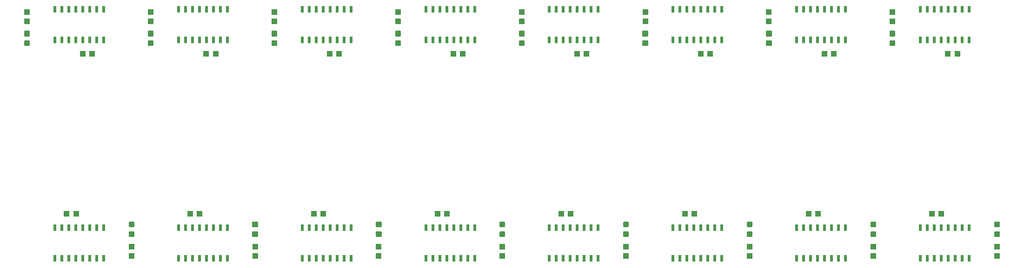
<source format=gtp>
G04 EAGLE Gerber RS-274X export*
G75*
%MOMM*%
%FSLAX34Y34*%
%LPD*%
%INSolderpaste Top*%
%IPPOS*%
%AMOC8*
5,1,8,0,0,1.08239X$1,22.5*%
G01*
%ADD10R,0.600000X1.200000*%
%ADD11R,1.100000X1.000000*%
%ADD12R,1.000000X1.100000*%
%ADD13C,0.300000*%


D10*
X154432Y178000D03*
X141732Y178000D03*
X129032Y178000D03*
X116332Y178000D03*
X103632Y178000D03*
X90932Y178000D03*
X78232Y178000D03*
X65532Y178000D03*
X65532Y122000D03*
X78232Y122000D03*
X90932Y122000D03*
X103632Y122000D03*
X116332Y122000D03*
X129032Y122000D03*
X141732Y122000D03*
X154432Y122000D03*
D11*
X104055Y203175D03*
X87055Y203175D03*
D12*
X205000Y143500D03*
X205000Y126500D03*
D13*
X208500Y180270D02*
X201500Y180270D01*
X201500Y187270D01*
X208500Y187270D01*
X208500Y180270D01*
X208500Y183120D02*
X201500Y183120D01*
X201500Y185970D02*
X208500Y185970D01*
X208500Y162730D02*
X201500Y162730D01*
X201500Y169730D01*
X208500Y169730D01*
X208500Y162730D01*
X208500Y165580D02*
X201500Y165580D01*
X201500Y168430D02*
X208500Y168430D01*
D10*
X379501Y178000D03*
X366801Y178000D03*
X354101Y178000D03*
X341401Y178000D03*
X328701Y178000D03*
X316001Y178000D03*
X303301Y178000D03*
X290601Y178000D03*
X290601Y122000D03*
X303301Y122000D03*
X316001Y122000D03*
X328701Y122000D03*
X341401Y122000D03*
X354101Y122000D03*
X366801Y122000D03*
X379501Y122000D03*
D11*
X329124Y203175D03*
X312124Y203175D03*
D12*
X430069Y143500D03*
X430069Y126500D03*
D13*
X433569Y180270D02*
X426569Y180270D01*
X426569Y187270D01*
X433569Y187270D01*
X433569Y180270D01*
X433569Y183120D02*
X426569Y183120D01*
X426569Y185970D02*
X433569Y185970D01*
X433569Y162730D02*
X426569Y162730D01*
X426569Y169730D01*
X433569Y169730D01*
X433569Y162730D01*
X433569Y165580D02*
X426569Y165580D01*
X426569Y168430D02*
X433569Y168430D01*
D10*
X604596Y178000D03*
X591896Y178000D03*
X579196Y178000D03*
X566496Y178000D03*
X553796Y178000D03*
X541096Y178000D03*
X528396Y178000D03*
X515696Y178000D03*
X515696Y122000D03*
X528396Y122000D03*
X541096Y122000D03*
X553796Y122000D03*
X566496Y122000D03*
X579196Y122000D03*
X591896Y122000D03*
X604596Y122000D03*
D11*
X554219Y203175D03*
X537219Y203175D03*
D12*
X655164Y143500D03*
X655164Y126500D03*
D13*
X658664Y180270D02*
X651664Y180270D01*
X651664Y187270D01*
X658664Y187270D01*
X658664Y180270D01*
X658664Y183120D02*
X651664Y183120D01*
X651664Y185970D02*
X658664Y185970D01*
X658664Y162730D02*
X651664Y162730D01*
X651664Y169730D01*
X658664Y169730D01*
X658664Y162730D01*
X658664Y165580D02*
X651664Y165580D01*
X651664Y168430D02*
X658664Y168430D01*
D10*
X829666Y178000D03*
X816966Y178000D03*
X804266Y178000D03*
X791566Y178000D03*
X778866Y178000D03*
X766166Y178000D03*
X753466Y178000D03*
X740766Y178000D03*
X740766Y122000D03*
X753466Y122000D03*
X766166Y122000D03*
X778866Y122000D03*
X791566Y122000D03*
X804266Y122000D03*
X816966Y122000D03*
X829666Y122000D03*
D11*
X779289Y203175D03*
X762289Y203175D03*
D12*
X880234Y143500D03*
X880234Y126500D03*
D13*
X883734Y180270D02*
X876734Y180270D01*
X876734Y187270D01*
X883734Y187270D01*
X883734Y180270D01*
X883734Y183120D02*
X876734Y183120D01*
X876734Y185970D02*
X883734Y185970D01*
X883734Y162730D02*
X876734Y162730D01*
X876734Y169730D01*
X883734Y169730D01*
X883734Y162730D01*
X883734Y165580D02*
X876734Y165580D01*
X876734Y168430D02*
X883734Y168430D01*
D10*
X1054760Y178000D03*
X1042060Y178000D03*
X1029360Y178000D03*
X1016660Y178000D03*
X1003960Y178000D03*
X991260Y178000D03*
X978560Y178000D03*
X965860Y178000D03*
X965860Y122000D03*
X978560Y122000D03*
X991260Y122000D03*
X1003960Y122000D03*
X1016660Y122000D03*
X1029360Y122000D03*
X1042060Y122000D03*
X1054760Y122000D03*
D11*
X1004383Y203175D03*
X987383Y203175D03*
D12*
X1105328Y143500D03*
X1105328Y126500D03*
D13*
X1108828Y180270D02*
X1101828Y180270D01*
X1101828Y187270D01*
X1108828Y187270D01*
X1108828Y180270D01*
X1108828Y183120D02*
X1101828Y183120D01*
X1101828Y185970D02*
X1108828Y185970D01*
X1108828Y162730D02*
X1101828Y162730D01*
X1101828Y169730D01*
X1108828Y169730D01*
X1108828Y162730D01*
X1108828Y165580D02*
X1101828Y165580D01*
X1101828Y168430D02*
X1108828Y168430D01*
D10*
X1279830Y178000D03*
X1267130Y178000D03*
X1254430Y178000D03*
X1241730Y178000D03*
X1229030Y178000D03*
X1216330Y178000D03*
X1203630Y178000D03*
X1190930Y178000D03*
X1190930Y122000D03*
X1203630Y122000D03*
X1216330Y122000D03*
X1229030Y122000D03*
X1241730Y122000D03*
X1254430Y122000D03*
X1267130Y122000D03*
X1279830Y122000D03*
D11*
X1229453Y203175D03*
X1212453Y203175D03*
D12*
X1330398Y143500D03*
X1330398Y126500D03*
D13*
X1333898Y180270D02*
X1326898Y180270D01*
X1326898Y187270D01*
X1333898Y187270D01*
X1333898Y180270D01*
X1333898Y183120D02*
X1326898Y183120D01*
X1326898Y185970D02*
X1333898Y185970D01*
X1333898Y162730D02*
X1326898Y162730D01*
X1326898Y169730D01*
X1333898Y169730D01*
X1333898Y162730D01*
X1333898Y165580D02*
X1326898Y165580D01*
X1326898Y168430D02*
X1333898Y168430D01*
D10*
X1504925Y178000D03*
X1492225Y178000D03*
X1479525Y178000D03*
X1466825Y178000D03*
X1454125Y178000D03*
X1441425Y178000D03*
X1428725Y178000D03*
X1416025Y178000D03*
X1416025Y122000D03*
X1428725Y122000D03*
X1441425Y122000D03*
X1454125Y122000D03*
X1466825Y122000D03*
X1479525Y122000D03*
X1492225Y122000D03*
X1504925Y122000D03*
D11*
X1454548Y203175D03*
X1437548Y203175D03*
D12*
X1555493Y143500D03*
X1555493Y126500D03*
D13*
X1558993Y180270D02*
X1551993Y180270D01*
X1551993Y187270D01*
X1558993Y187270D01*
X1558993Y180270D01*
X1558993Y183120D02*
X1551993Y183120D01*
X1551993Y185970D02*
X1558993Y185970D01*
X1558993Y162730D02*
X1551993Y162730D01*
X1551993Y169730D01*
X1558993Y169730D01*
X1558993Y162730D01*
X1558993Y165580D02*
X1551993Y165580D01*
X1551993Y168430D02*
X1558993Y168430D01*
D10*
X1729994Y178000D03*
X1717294Y178000D03*
X1704594Y178000D03*
X1691894Y178000D03*
X1679194Y178000D03*
X1666494Y178000D03*
X1653794Y178000D03*
X1641094Y178000D03*
X1641094Y122000D03*
X1653794Y122000D03*
X1666494Y122000D03*
X1679194Y122000D03*
X1691894Y122000D03*
X1704594Y122000D03*
X1717294Y122000D03*
X1729994Y122000D03*
D11*
X1679617Y203175D03*
X1662617Y203175D03*
D12*
X1780562Y143500D03*
X1780562Y126500D03*
D13*
X1784062Y180270D02*
X1777062Y180270D01*
X1777062Y187270D01*
X1784062Y187270D01*
X1784062Y180270D01*
X1784062Y183120D02*
X1777062Y183120D01*
X1777062Y185970D02*
X1784062Y185970D01*
X1784062Y162730D02*
X1777062Y162730D01*
X1777062Y169730D01*
X1784062Y169730D01*
X1784062Y162730D01*
X1784062Y165580D02*
X1777062Y165580D01*
X1777062Y168430D02*
X1784062Y168430D01*
D10*
X65557Y520500D03*
X78257Y520500D03*
X90957Y520500D03*
X103657Y520500D03*
X116357Y520500D03*
X129057Y520500D03*
X141757Y520500D03*
X154457Y520500D03*
X154457Y576500D03*
X141757Y576500D03*
X129057Y576500D03*
X116357Y576500D03*
X103657Y576500D03*
X90957Y576500D03*
X78257Y576500D03*
X65557Y576500D03*
D11*
X115934Y495325D03*
X132934Y495325D03*
D12*
X14989Y555000D03*
X14989Y572000D03*
D13*
X11489Y518230D02*
X18489Y518230D01*
X18489Y511230D01*
X11489Y511230D01*
X11489Y518230D01*
X11489Y514080D02*
X18489Y514080D01*
X18489Y516930D02*
X11489Y516930D01*
X11489Y535770D02*
X18489Y535770D01*
X18489Y528770D01*
X11489Y528770D01*
X11489Y535770D01*
X11489Y531620D02*
X18489Y531620D01*
X18489Y534470D02*
X11489Y534470D01*
D10*
X290652Y520500D03*
X303352Y520500D03*
X316052Y520500D03*
X328752Y520500D03*
X341452Y520500D03*
X354152Y520500D03*
X366852Y520500D03*
X379552Y520500D03*
X379552Y576500D03*
X366852Y576500D03*
X354152Y576500D03*
X341452Y576500D03*
X328752Y576500D03*
X316052Y576500D03*
X303352Y576500D03*
X290652Y576500D03*
D11*
X341029Y495325D03*
X358029Y495325D03*
D12*
X240084Y555000D03*
X240084Y572000D03*
D13*
X236584Y518230D02*
X243584Y518230D01*
X243584Y511230D01*
X236584Y511230D01*
X236584Y518230D01*
X236584Y514080D02*
X243584Y514080D01*
X243584Y516930D02*
X236584Y516930D01*
X236584Y535770D02*
X243584Y535770D01*
X243584Y528770D01*
X236584Y528770D01*
X236584Y535770D01*
X236584Y531620D02*
X243584Y531620D01*
X243584Y534470D02*
X236584Y534470D01*
D10*
X515722Y520500D03*
X528422Y520500D03*
X541122Y520500D03*
X553822Y520500D03*
X566522Y520500D03*
X579222Y520500D03*
X591922Y520500D03*
X604622Y520500D03*
X604622Y576500D03*
X591922Y576500D03*
X579222Y576500D03*
X566522Y576500D03*
X553822Y576500D03*
X541122Y576500D03*
X528422Y576500D03*
X515722Y576500D03*
D11*
X566099Y495325D03*
X583099Y495325D03*
D12*
X465154Y555000D03*
X465154Y572000D03*
D13*
X461654Y518230D02*
X468654Y518230D01*
X468654Y511230D01*
X461654Y511230D01*
X461654Y518230D01*
X461654Y514080D02*
X468654Y514080D01*
X468654Y516930D02*
X461654Y516930D01*
X461654Y535770D02*
X468654Y535770D01*
X468654Y528770D01*
X461654Y528770D01*
X461654Y535770D01*
X461654Y531620D02*
X468654Y531620D01*
X468654Y534470D02*
X461654Y534470D01*
D10*
X740816Y520500D03*
X753516Y520500D03*
X766216Y520500D03*
X778916Y520500D03*
X791616Y520500D03*
X804316Y520500D03*
X817016Y520500D03*
X829716Y520500D03*
X829716Y576500D03*
X817016Y576500D03*
X804316Y576500D03*
X791616Y576500D03*
X778916Y576500D03*
X766216Y576500D03*
X753516Y576500D03*
X740816Y576500D03*
D11*
X791193Y495325D03*
X808193Y495325D03*
D12*
X690248Y555000D03*
X690248Y572000D03*
D13*
X686748Y518230D02*
X693748Y518230D01*
X693748Y511230D01*
X686748Y511230D01*
X686748Y518230D01*
X686748Y514080D02*
X693748Y514080D01*
X693748Y516930D02*
X686748Y516930D01*
X686748Y535770D02*
X693748Y535770D01*
X693748Y528770D01*
X686748Y528770D01*
X686748Y535770D01*
X686748Y531620D02*
X693748Y531620D01*
X693748Y534470D02*
X686748Y534470D01*
D10*
X965886Y520500D03*
X978586Y520500D03*
X991286Y520500D03*
X1003986Y520500D03*
X1016686Y520500D03*
X1029386Y520500D03*
X1042086Y520500D03*
X1054786Y520500D03*
X1054786Y576500D03*
X1042086Y576500D03*
X1029386Y576500D03*
X1016686Y576500D03*
X1003986Y576500D03*
X991286Y576500D03*
X978586Y576500D03*
X965886Y576500D03*
D11*
X1016263Y495325D03*
X1033263Y495325D03*
D12*
X915318Y555000D03*
X915318Y572000D03*
D13*
X911818Y518230D02*
X918818Y518230D01*
X918818Y511230D01*
X911818Y511230D01*
X911818Y518230D01*
X911818Y514080D02*
X918818Y514080D01*
X918818Y516930D02*
X911818Y516930D01*
X911818Y535770D02*
X918818Y535770D01*
X918818Y528770D01*
X911818Y528770D01*
X911818Y535770D01*
X911818Y531620D02*
X918818Y531620D01*
X918818Y534470D02*
X911818Y534470D01*
D10*
X1190981Y520500D03*
X1203681Y520500D03*
X1216381Y520500D03*
X1229081Y520500D03*
X1241781Y520500D03*
X1254481Y520500D03*
X1267181Y520500D03*
X1279881Y520500D03*
X1279881Y576500D03*
X1267181Y576500D03*
X1254481Y576500D03*
X1241781Y576500D03*
X1229081Y576500D03*
X1216381Y576500D03*
X1203681Y576500D03*
X1190981Y576500D03*
D11*
X1241358Y495325D03*
X1258358Y495325D03*
D12*
X1140413Y555000D03*
X1140413Y572000D03*
D13*
X1136913Y518230D02*
X1143913Y518230D01*
X1143913Y511230D01*
X1136913Y511230D01*
X1136913Y518230D01*
X1136913Y514080D02*
X1143913Y514080D01*
X1143913Y516930D02*
X1136913Y516930D01*
X1136913Y535770D02*
X1143913Y535770D01*
X1143913Y528770D01*
X1136913Y528770D01*
X1136913Y535770D01*
X1136913Y531620D02*
X1143913Y531620D01*
X1143913Y534470D02*
X1136913Y534470D01*
D10*
X1416050Y520500D03*
X1428750Y520500D03*
X1441450Y520500D03*
X1454150Y520500D03*
X1466850Y520500D03*
X1479550Y520500D03*
X1492250Y520500D03*
X1504950Y520500D03*
X1504950Y576500D03*
X1492250Y576500D03*
X1479550Y576500D03*
X1466850Y576500D03*
X1454150Y576500D03*
X1441450Y576500D03*
X1428750Y576500D03*
X1416050Y576500D03*
D11*
X1466427Y495325D03*
X1483427Y495325D03*
D12*
X1365482Y555000D03*
X1365482Y572000D03*
D13*
X1361982Y518230D02*
X1368982Y518230D01*
X1368982Y511230D01*
X1361982Y511230D01*
X1361982Y518230D01*
X1361982Y514080D02*
X1368982Y514080D01*
X1368982Y516930D02*
X1361982Y516930D01*
X1361982Y535770D02*
X1368982Y535770D01*
X1368982Y528770D01*
X1361982Y528770D01*
X1361982Y535770D01*
X1361982Y531620D02*
X1368982Y531620D01*
X1368982Y534470D02*
X1361982Y534470D01*
D10*
X1641119Y520500D03*
X1653819Y520500D03*
X1666519Y520500D03*
X1679219Y520500D03*
X1691919Y520500D03*
X1704619Y520500D03*
X1717319Y520500D03*
X1730019Y520500D03*
X1730019Y576500D03*
X1717319Y576500D03*
X1704619Y576500D03*
X1691919Y576500D03*
X1679219Y576500D03*
X1666519Y576500D03*
X1653819Y576500D03*
X1641119Y576500D03*
D11*
X1691496Y495325D03*
X1708496Y495325D03*
D12*
X1590551Y555000D03*
X1590551Y572000D03*
D13*
X1587051Y518230D02*
X1594051Y518230D01*
X1594051Y511230D01*
X1587051Y511230D01*
X1587051Y518230D01*
X1587051Y514080D02*
X1594051Y514080D01*
X1594051Y516930D02*
X1587051Y516930D01*
X1587051Y535770D02*
X1594051Y535770D01*
X1594051Y528770D01*
X1587051Y528770D01*
X1587051Y535770D01*
X1587051Y531620D02*
X1594051Y531620D01*
X1594051Y534470D02*
X1587051Y534470D01*
M02*

</source>
